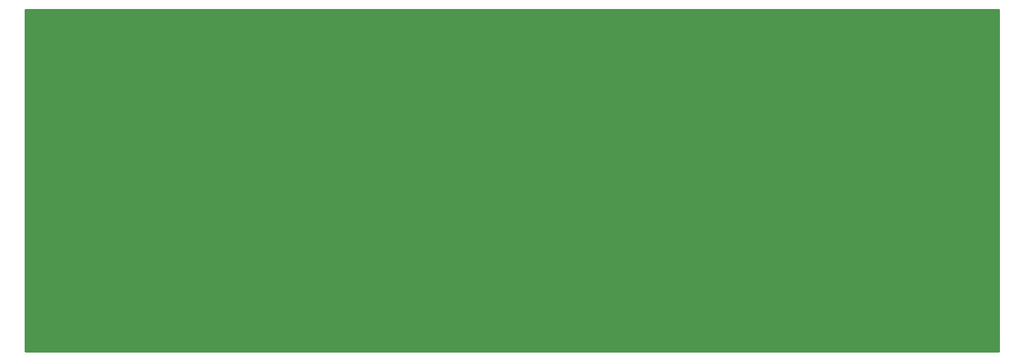
<source format=gbr>
G04 #@! TF.GenerationSoftware,KiCad,Pcbnew,5.1.2-f72e74a~84~ubuntu18.04.1*
G04 #@! TF.CreationDate,2019-11-13T16:28:08+01:00*
G04 #@! TF.ProjectId,filter_without_ind_cap,66696c74-6572-45f7-9769-74686f75745f,rev?*
G04 #@! TF.SameCoordinates,Original*
G04 #@! TF.FileFunction,Copper,L2,Bot*
G04 #@! TF.FilePolarity,Positive*
%FSLAX46Y46*%
G04 Gerber Fmt 4.6, Leading zero omitted, Abs format (unit mm)*
G04 Created by KiCad (PCBNEW 5.1.2-f72e74a~84~ubuntu18.04.1) date 2019-11-13 16:28:08*
%MOMM*%
%LPD*%
G04 APERTURE LIST*
%ADD10C,0.800000*%
%ADD11C,0.254000*%
G04 APERTURE END LIST*
D10*
X219710000Y-114970000D03*
X218440000Y-114970000D03*
X217170000Y-114970000D03*
X219710000Y-109820000D03*
X218440000Y-109820000D03*
X217170000Y-109820000D03*
X95250000Y-98560000D03*
X86360000Y-93980000D03*
X85090000Y-93980000D03*
X83820000Y-93980000D03*
X86360000Y-88900000D03*
X85090000Y-88900000D03*
X83820000Y-88900000D03*
X204470000Y-119850000D03*
D11*
G36*
X220320001Y-105377572D02*
G01*
X220320000Y-105377582D01*
X220320001Y-123800000D01*
X83210000Y-123800000D01*
X83210000Y-75590000D01*
X220320000Y-75590000D01*
X220320001Y-105377572D01*
X220320001Y-105377572D01*
G37*
X220320001Y-105377572D02*
X220320000Y-105377582D01*
X220320001Y-123800000D01*
X83210000Y-123800000D01*
X83210000Y-75590000D01*
X220320000Y-75590000D01*
X220320001Y-105377572D01*
M02*

</source>
